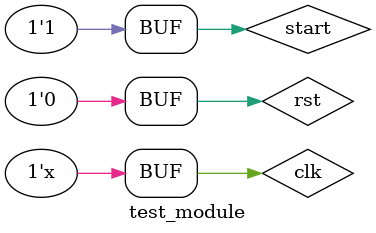
<source format=v>
`timescale 1ns / 1ps


module test_module;
  reg clk;
  reg rst, start;
  wire ld_sum, ld_next, sum_sel, next_sel, a_sel, next_zero, done;

  fsm_controller FSM1(
    .clk(clk), 
    .rst(rst), 
    .start(start), 
    .next_zero(next_zero), 
    .ld_sum(ld_sum), 
    .ld_next(ld_next), 
    .sum_sel(sum_sel), 
    .next_sel(next_sel), 
    .a_sel(a_sel), 
    .done(done));
    
  data_path_top DST1(
    .clk(clk), 
    .rst(rst), 
    .ld_sum(ld_sum), 
    .ld_next(ld_next), 
    .sum_sel(sum_sel), 
    .next_sel(next_sel), 
    .a_sel(a_sel), 
    .next_zero(next_zero));

initial begin
  clk <= 0;
  rst <= 0;
  start <= 0;
  #50 start <= 1;
end

always begin
  #20 clk <= ~clk;
end

endmodule

</source>
